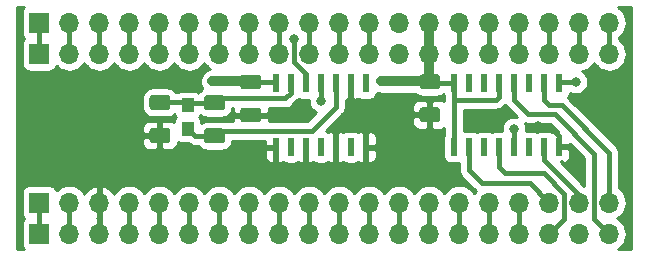
<source format=gtl>
G04 #@! TF.GenerationSoftware,KiCad,Pcbnew,(5.1.0)-1*
G04 #@! TF.CreationDate,2021-01-17T14:15:07+01:00*
G04 #@! TF.ProjectId,GTIA Fix,47544941-2046-4697-982e-6b696361645f,rev?*
G04 #@! TF.SameCoordinates,PX989b620PY8062360*
G04 #@! TF.FileFunction,Copper,L1,Top*
G04 #@! TF.FilePolarity,Positive*
%FSLAX46Y46*%
G04 Gerber Fmt 4.6, Leading zero omitted, Abs format (unit mm)*
G04 Created by KiCad (PCBNEW (5.1.0)-1) date 2021-01-17 14:15:07*
%MOMM*%
%LPD*%
G04 APERTURE LIST*
%ADD10O,1.700000X1.700000*%
%ADD11R,1.700000X1.700000*%
%ADD12R,1.000000X1.200000*%
%ADD13R,0.600000X1.500000*%
%ADD14C,0.100000*%
%ADD15C,1.250000*%
%ADD16C,0.800000*%
%ADD17C,0.406400*%
%ADD18C,0.304800*%
%ADD19C,0.812800*%
%ADD20C,0.254000*%
G04 APERTURE END LIST*
D10*
X50800000Y2240000D03*
X48260000Y2240000D03*
X45720000Y2240000D03*
X43180000Y2240000D03*
X40640000Y2240000D03*
X38100000Y2240000D03*
X35560000Y2240000D03*
X33020000Y2240000D03*
X30480000Y2240000D03*
X27940000Y2240000D03*
X25400000Y2240000D03*
X22860000Y2240000D03*
X20320000Y2240000D03*
X17780000Y2240000D03*
X15240000Y2240000D03*
X12700000Y2240000D03*
X10160000Y2240000D03*
X7620000Y2240000D03*
X5080000Y2240000D03*
D11*
X2540000Y2240000D03*
D12*
X15110000Y13130000D03*
X15110000Y11150000D03*
D13*
X22562200Y14988000D03*
X23832200Y14988000D03*
X25102200Y14988000D03*
X26372200Y14988000D03*
X27642200Y14988000D03*
X28912200Y14988000D03*
X30182200Y14988000D03*
X30182200Y9588000D03*
X28912200Y9588000D03*
X27642200Y9588000D03*
X26372200Y9588000D03*
X25102200Y9588000D03*
X23832200Y9588000D03*
X22562200Y9588000D03*
D14*
G36*
X21103504Y12934196D02*
G01*
X21127773Y12930596D01*
X21151571Y12924635D01*
X21174671Y12916370D01*
X21196849Y12905880D01*
X21217893Y12893267D01*
X21237598Y12878653D01*
X21255777Y12862177D01*
X21272253Y12843998D01*
X21286867Y12824293D01*
X21299480Y12803249D01*
X21309970Y12781071D01*
X21318235Y12757971D01*
X21324196Y12734173D01*
X21327796Y12709904D01*
X21329000Y12685400D01*
X21329000Y11935400D01*
X21327796Y11910896D01*
X21324196Y11886627D01*
X21318235Y11862829D01*
X21309970Y11839729D01*
X21299480Y11817551D01*
X21286867Y11796507D01*
X21272253Y11776802D01*
X21255777Y11758623D01*
X21237598Y11742147D01*
X21217893Y11727533D01*
X21196849Y11714920D01*
X21174671Y11704430D01*
X21151571Y11696165D01*
X21127773Y11690204D01*
X21103504Y11686604D01*
X21079000Y11685400D01*
X19829000Y11685400D01*
X19804496Y11686604D01*
X19780227Y11690204D01*
X19756429Y11696165D01*
X19733329Y11704430D01*
X19711151Y11714920D01*
X19690107Y11727533D01*
X19670402Y11742147D01*
X19652223Y11758623D01*
X19635747Y11776802D01*
X19621133Y11796507D01*
X19608520Y11817551D01*
X19598030Y11839729D01*
X19589765Y11862829D01*
X19583804Y11886627D01*
X19580204Y11910896D01*
X19579000Y11935400D01*
X19579000Y12685400D01*
X19580204Y12709904D01*
X19583804Y12734173D01*
X19589765Y12757971D01*
X19598030Y12781071D01*
X19608520Y12803249D01*
X19621133Y12824293D01*
X19635747Y12843998D01*
X19652223Y12862177D01*
X19670402Y12878653D01*
X19690107Y12893267D01*
X19711151Y12905880D01*
X19733329Y12916370D01*
X19756429Y12924635D01*
X19780227Y12930596D01*
X19804496Y12934196D01*
X19829000Y12935400D01*
X21079000Y12935400D01*
X21103504Y12934196D01*
X21103504Y12934196D01*
G37*
D15*
X20454000Y12310400D03*
D14*
G36*
X21103504Y15734196D02*
G01*
X21127773Y15730596D01*
X21151571Y15724635D01*
X21174671Y15716370D01*
X21196849Y15705880D01*
X21217893Y15693267D01*
X21237598Y15678653D01*
X21255777Y15662177D01*
X21272253Y15643998D01*
X21286867Y15624293D01*
X21299480Y15603249D01*
X21309970Y15581071D01*
X21318235Y15557971D01*
X21324196Y15534173D01*
X21327796Y15509904D01*
X21329000Y15485400D01*
X21329000Y14735400D01*
X21327796Y14710896D01*
X21324196Y14686627D01*
X21318235Y14662829D01*
X21309970Y14639729D01*
X21299480Y14617551D01*
X21286867Y14596507D01*
X21272253Y14576802D01*
X21255777Y14558623D01*
X21237598Y14542147D01*
X21217893Y14527533D01*
X21196849Y14514920D01*
X21174671Y14504430D01*
X21151571Y14496165D01*
X21127773Y14490204D01*
X21103504Y14486604D01*
X21079000Y14485400D01*
X19829000Y14485400D01*
X19804496Y14486604D01*
X19780227Y14490204D01*
X19756429Y14496165D01*
X19733329Y14504430D01*
X19711151Y14514920D01*
X19690107Y14527533D01*
X19670402Y14542147D01*
X19652223Y14558623D01*
X19635747Y14576802D01*
X19621133Y14596507D01*
X19608520Y14617551D01*
X19598030Y14639729D01*
X19589765Y14662829D01*
X19583804Y14686627D01*
X19580204Y14710896D01*
X19579000Y14735400D01*
X19579000Y15485400D01*
X19580204Y15509904D01*
X19583804Y15534173D01*
X19589765Y15557971D01*
X19598030Y15581071D01*
X19608520Y15603249D01*
X19621133Y15624293D01*
X19635747Y15643998D01*
X19652223Y15662177D01*
X19670402Y15678653D01*
X19690107Y15693267D01*
X19711151Y15705880D01*
X19733329Y15716370D01*
X19756429Y15724635D01*
X19780227Y15730596D01*
X19804496Y15734196D01*
X19829000Y15735400D01*
X21079000Y15735400D01*
X21103504Y15734196D01*
X21103504Y15734196D01*
G37*
D15*
X20454000Y15110400D03*
D14*
G36*
X36267304Y12959596D02*
G01*
X36291573Y12955996D01*
X36315371Y12950035D01*
X36338471Y12941770D01*
X36360649Y12931280D01*
X36381693Y12918667D01*
X36401398Y12904053D01*
X36419577Y12887577D01*
X36436053Y12869398D01*
X36450667Y12849693D01*
X36463280Y12828649D01*
X36473770Y12806471D01*
X36482035Y12783371D01*
X36487996Y12759573D01*
X36491596Y12735304D01*
X36492800Y12710800D01*
X36492800Y11960800D01*
X36491596Y11936296D01*
X36487996Y11912027D01*
X36482035Y11888229D01*
X36473770Y11865129D01*
X36463280Y11842951D01*
X36450667Y11821907D01*
X36436053Y11802202D01*
X36419577Y11784023D01*
X36401398Y11767547D01*
X36381693Y11752933D01*
X36360649Y11740320D01*
X36338471Y11729830D01*
X36315371Y11721565D01*
X36291573Y11715604D01*
X36267304Y11712004D01*
X36242800Y11710800D01*
X34992800Y11710800D01*
X34968296Y11712004D01*
X34944027Y11715604D01*
X34920229Y11721565D01*
X34897129Y11729830D01*
X34874951Y11740320D01*
X34853907Y11752933D01*
X34834202Y11767547D01*
X34816023Y11784023D01*
X34799547Y11802202D01*
X34784933Y11821907D01*
X34772320Y11842951D01*
X34761830Y11865129D01*
X34753565Y11888229D01*
X34747604Y11912027D01*
X34744004Y11936296D01*
X34742800Y11960800D01*
X34742800Y12710800D01*
X34744004Y12735304D01*
X34747604Y12759573D01*
X34753565Y12783371D01*
X34761830Y12806471D01*
X34772320Y12828649D01*
X34784933Y12849693D01*
X34799547Y12869398D01*
X34816023Y12887577D01*
X34834202Y12904053D01*
X34853907Y12918667D01*
X34874951Y12931280D01*
X34897129Y12941770D01*
X34920229Y12950035D01*
X34944027Y12955996D01*
X34968296Y12959596D01*
X34992800Y12960800D01*
X36242800Y12960800D01*
X36267304Y12959596D01*
X36267304Y12959596D01*
G37*
D15*
X35617800Y12335800D03*
D14*
G36*
X36267304Y15759596D02*
G01*
X36291573Y15755996D01*
X36315371Y15750035D01*
X36338471Y15741770D01*
X36360649Y15731280D01*
X36381693Y15718667D01*
X36401398Y15704053D01*
X36419577Y15687577D01*
X36436053Y15669398D01*
X36450667Y15649693D01*
X36463280Y15628649D01*
X36473770Y15606471D01*
X36482035Y15583371D01*
X36487996Y15559573D01*
X36491596Y15535304D01*
X36492800Y15510800D01*
X36492800Y14760800D01*
X36491596Y14736296D01*
X36487996Y14712027D01*
X36482035Y14688229D01*
X36473770Y14665129D01*
X36463280Y14642951D01*
X36450667Y14621907D01*
X36436053Y14602202D01*
X36419577Y14584023D01*
X36401398Y14567547D01*
X36381693Y14552933D01*
X36360649Y14540320D01*
X36338471Y14529830D01*
X36315371Y14521565D01*
X36291573Y14515604D01*
X36267304Y14512004D01*
X36242800Y14510800D01*
X34992800Y14510800D01*
X34968296Y14512004D01*
X34944027Y14515604D01*
X34920229Y14521565D01*
X34897129Y14529830D01*
X34874951Y14540320D01*
X34853907Y14552933D01*
X34834202Y14567547D01*
X34816023Y14584023D01*
X34799547Y14602202D01*
X34784933Y14621907D01*
X34772320Y14642951D01*
X34761830Y14665129D01*
X34753565Y14688229D01*
X34747604Y14712027D01*
X34744004Y14736296D01*
X34742800Y14760800D01*
X34742800Y15510800D01*
X34744004Y15535304D01*
X34747604Y15559573D01*
X34753565Y15583371D01*
X34761830Y15606471D01*
X34772320Y15628649D01*
X34784933Y15649693D01*
X34799547Y15669398D01*
X34816023Y15687577D01*
X34834202Y15704053D01*
X34853907Y15718667D01*
X34874951Y15731280D01*
X34897129Y15741770D01*
X34920229Y15750035D01*
X34944027Y15755996D01*
X34968296Y15759596D01*
X34992800Y15760800D01*
X36242800Y15760800D01*
X36267304Y15759596D01*
X36267304Y15759596D01*
G37*
D15*
X35617800Y15135800D03*
D13*
X37675200Y15013400D03*
X38945200Y15013400D03*
X40215200Y15013400D03*
X41485200Y15013400D03*
X42755200Y15013400D03*
X44025200Y15013400D03*
X45295200Y15013400D03*
X46565200Y15013400D03*
X46565200Y9613400D03*
X45295200Y9613400D03*
X44025200Y9613400D03*
X42755200Y9613400D03*
X41485200Y9613400D03*
X40215200Y9613400D03*
X38945200Y9613400D03*
X37675200Y9613400D03*
D14*
G36*
X18030104Y11181596D02*
G01*
X18054373Y11177996D01*
X18078171Y11172035D01*
X18101271Y11163770D01*
X18123449Y11153280D01*
X18144493Y11140667D01*
X18164198Y11126053D01*
X18182377Y11109577D01*
X18198853Y11091398D01*
X18213467Y11071693D01*
X18226080Y11050649D01*
X18236570Y11028471D01*
X18244835Y11005371D01*
X18250796Y10981573D01*
X18254396Y10957304D01*
X18255600Y10932800D01*
X18255600Y10182800D01*
X18254396Y10158296D01*
X18250796Y10134027D01*
X18244835Y10110229D01*
X18236570Y10087129D01*
X18226080Y10064951D01*
X18213467Y10043907D01*
X18198853Y10024202D01*
X18182377Y10006023D01*
X18164198Y9989547D01*
X18144493Y9974933D01*
X18123449Y9962320D01*
X18101271Y9951830D01*
X18078171Y9943565D01*
X18054373Y9937604D01*
X18030104Y9934004D01*
X18005600Y9932800D01*
X16755600Y9932800D01*
X16731096Y9934004D01*
X16706827Y9937604D01*
X16683029Y9943565D01*
X16659929Y9951830D01*
X16637751Y9962320D01*
X16616707Y9974933D01*
X16597002Y9989547D01*
X16578823Y10006023D01*
X16562347Y10024202D01*
X16547733Y10043907D01*
X16535120Y10064951D01*
X16524630Y10087129D01*
X16516365Y10110229D01*
X16510404Y10134027D01*
X16506804Y10158296D01*
X16505600Y10182800D01*
X16505600Y10932800D01*
X16506804Y10957304D01*
X16510404Y10981573D01*
X16516365Y11005371D01*
X16524630Y11028471D01*
X16535120Y11050649D01*
X16547733Y11071693D01*
X16562347Y11091398D01*
X16578823Y11109577D01*
X16597002Y11126053D01*
X16616707Y11140667D01*
X16637751Y11153280D01*
X16659929Y11163770D01*
X16683029Y11172035D01*
X16706827Y11177996D01*
X16731096Y11181596D01*
X16755600Y11182800D01*
X18005600Y11182800D01*
X18030104Y11181596D01*
X18030104Y11181596D01*
G37*
D15*
X17380600Y10557800D03*
D14*
G36*
X18030104Y13981596D02*
G01*
X18054373Y13977996D01*
X18078171Y13972035D01*
X18101271Y13963770D01*
X18123449Y13953280D01*
X18144493Y13940667D01*
X18164198Y13926053D01*
X18182377Y13909577D01*
X18198853Y13891398D01*
X18213467Y13871693D01*
X18226080Y13850649D01*
X18236570Y13828471D01*
X18244835Y13805371D01*
X18250796Y13781573D01*
X18254396Y13757304D01*
X18255600Y13732800D01*
X18255600Y12982800D01*
X18254396Y12958296D01*
X18250796Y12934027D01*
X18244835Y12910229D01*
X18236570Y12887129D01*
X18226080Y12864951D01*
X18213467Y12843907D01*
X18198853Y12824202D01*
X18182377Y12806023D01*
X18164198Y12789547D01*
X18144493Y12774933D01*
X18123449Y12762320D01*
X18101271Y12751830D01*
X18078171Y12743565D01*
X18054373Y12737604D01*
X18030104Y12734004D01*
X18005600Y12732800D01*
X16755600Y12732800D01*
X16731096Y12734004D01*
X16706827Y12737604D01*
X16683029Y12743565D01*
X16659929Y12751830D01*
X16637751Y12762320D01*
X16616707Y12774933D01*
X16597002Y12789547D01*
X16578823Y12806023D01*
X16562347Y12824202D01*
X16547733Y12843907D01*
X16535120Y12864951D01*
X16524630Y12887129D01*
X16516365Y12910229D01*
X16510404Y12934027D01*
X16506804Y12958296D01*
X16505600Y12982800D01*
X16505600Y13732800D01*
X16506804Y13757304D01*
X16510404Y13781573D01*
X16516365Y13805371D01*
X16524630Y13828471D01*
X16535120Y13850649D01*
X16547733Y13871693D01*
X16562347Y13891398D01*
X16578823Y13909577D01*
X16597002Y13926053D01*
X16616707Y13940667D01*
X16637751Y13953280D01*
X16659929Y13963770D01*
X16683029Y13972035D01*
X16706827Y13977996D01*
X16731096Y13981596D01*
X16755600Y13982800D01*
X18005600Y13982800D01*
X18030104Y13981596D01*
X18030104Y13981596D01*
G37*
D15*
X17380600Y13357800D03*
D14*
G36*
X13407304Y11206996D02*
G01*
X13431573Y11203396D01*
X13455371Y11197435D01*
X13478471Y11189170D01*
X13500649Y11178680D01*
X13521693Y11166067D01*
X13541398Y11151453D01*
X13559577Y11134977D01*
X13576053Y11116798D01*
X13590667Y11097093D01*
X13603280Y11076049D01*
X13613770Y11053871D01*
X13622035Y11030771D01*
X13627996Y11006973D01*
X13631596Y10982704D01*
X13632800Y10958200D01*
X13632800Y10208200D01*
X13631596Y10183696D01*
X13627996Y10159427D01*
X13622035Y10135629D01*
X13613770Y10112529D01*
X13603280Y10090351D01*
X13590667Y10069307D01*
X13576053Y10049602D01*
X13559577Y10031423D01*
X13541398Y10014947D01*
X13521693Y10000333D01*
X13500649Y9987720D01*
X13478471Y9977230D01*
X13455371Y9968965D01*
X13431573Y9963004D01*
X13407304Y9959404D01*
X13382800Y9958200D01*
X12132800Y9958200D01*
X12108296Y9959404D01*
X12084027Y9963004D01*
X12060229Y9968965D01*
X12037129Y9977230D01*
X12014951Y9987720D01*
X11993907Y10000333D01*
X11974202Y10014947D01*
X11956023Y10031423D01*
X11939547Y10049602D01*
X11924933Y10069307D01*
X11912320Y10090351D01*
X11901830Y10112529D01*
X11893565Y10135629D01*
X11887604Y10159427D01*
X11884004Y10183696D01*
X11882800Y10208200D01*
X11882800Y10958200D01*
X11884004Y10982704D01*
X11887604Y11006973D01*
X11893565Y11030771D01*
X11901830Y11053871D01*
X11912320Y11076049D01*
X11924933Y11097093D01*
X11939547Y11116798D01*
X11956023Y11134977D01*
X11974202Y11151453D01*
X11993907Y11166067D01*
X12014951Y11178680D01*
X12037129Y11189170D01*
X12060229Y11197435D01*
X12084027Y11203396D01*
X12108296Y11206996D01*
X12132800Y11208200D01*
X13382800Y11208200D01*
X13407304Y11206996D01*
X13407304Y11206996D01*
G37*
D15*
X12757800Y10583200D03*
D14*
G36*
X13407304Y14006996D02*
G01*
X13431573Y14003396D01*
X13455371Y13997435D01*
X13478471Y13989170D01*
X13500649Y13978680D01*
X13521693Y13966067D01*
X13541398Y13951453D01*
X13559577Y13934977D01*
X13576053Y13916798D01*
X13590667Y13897093D01*
X13603280Y13876049D01*
X13613770Y13853871D01*
X13622035Y13830771D01*
X13627996Y13806973D01*
X13631596Y13782704D01*
X13632800Y13758200D01*
X13632800Y13008200D01*
X13631596Y12983696D01*
X13627996Y12959427D01*
X13622035Y12935629D01*
X13613770Y12912529D01*
X13603280Y12890351D01*
X13590667Y12869307D01*
X13576053Y12849602D01*
X13559577Y12831423D01*
X13541398Y12814947D01*
X13521693Y12800333D01*
X13500649Y12787720D01*
X13478471Y12777230D01*
X13455371Y12768965D01*
X13431573Y12763004D01*
X13407304Y12759404D01*
X13382800Y12758200D01*
X12132800Y12758200D01*
X12108296Y12759404D01*
X12084027Y12763004D01*
X12060229Y12768965D01*
X12037129Y12777230D01*
X12014951Y12787720D01*
X11993907Y12800333D01*
X11974202Y12814947D01*
X11956023Y12831423D01*
X11939547Y12849602D01*
X11924933Y12869307D01*
X11912320Y12890351D01*
X11901830Y12912529D01*
X11893565Y12935629D01*
X11887604Y12959427D01*
X11884004Y12983696D01*
X11882800Y13008200D01*
X11882800Y13758200D01*
X11884004Y13782704D01*
X11887604Y13806973D01*
X11893565Y13830771D01*
X11901830Y13853871D01*
X11912320Y13876049D01*
X11924933Y13897093D01*
X11939547Y13916798D01*
X11956023Y13934977D01*
X11974202Y13951453D01*
X11993907Y13966067D01*
X12014951Y13978680D01*
X12037129Y13989170D01*
X12060229Y13997435D01*
X12084027Y14003396D01*
X12108296Y14006996D01*
X12132800Y14008200D01*
X13382800Y14008200D01*
X13407304Y14006996D01*
X13407304Y14006996D01*
G37*
D15*
X12757800Y13383200D03*
D10*
X50800000Y20142200D03*
X48260000Y20142200D03*
X45720000Y20142200D03*
X43180000Y20142200D03*
X40640000Y20142200D03*
X38100000Y20142200D03*
X35560000Y20142200D03*
X33020000Y20142200D03*
X30480000Y20142200D03*
X27940000Y20142200D03*
X25400000Y20142200D03*
X22860000Y20142200D03*
X20320000Y20142200D03*
X17780000Y20142200D03*
X15240000Y20142200D03*
X12700000Y20142200D03*
X10160000Y20142200D03*
X7620000Y20142200D03*
X5080000Y20142200D03*
D11*
X2540000Y20142200D03*
D10*
X50800000Y4902200D03*
X48260000Y4902200D03*
X45720000Y4902200D03*
X43180000Y4902200D03*
X40640000Y4902200D03*
X38100000Y4902200D03*
X35560000Y4902200D03*
X33020000Y4902200D03*
X30480000Y4902200D03*
X27940000Y4902200D03*
X25400000Y4902200D03*
X22860000Y4902200D03*
X20320000Y4902200D03*
X17780000Y4902200D03*
X15240000Y4902200D03*
X12700000Y4902200D03*
X10160000Y4902200D03*
X7620000Y4902200D03*
X5080000Y4902200D03*
D11*
X2540000Y4902200D03*
D10*
X50800000Y17480000D03*
X48260000Y17480000D03*
X45720000Y17480000D03*
X43180000Y17480000D03*
X40640000Y17480000D03*
X38100000Y17480000D03*
X35560000Y17480000D03*
X33020000Y17480000D03*
X30480000Y17480000D03*
X27940000Y17480000D03*
X25400000Y17480000D03*
X22860000Y17480000D03*
X20320000Y17480000D03*
X17780000Y17480000D03*
X15240000Y17480000D03*
X12700000Y17480000D03*
X10160000Y17480000D03*
X7620000Y17480000D03*
X5080000Y17480000D03*
D11*
X2540000Y17480000D03*
D16*
X38996000Y12034000D03*
X24695800Y12338800D03*
X28582000Y11526000D03*
X22359000Y12338800D03*
X42080000Y12570000D03*
X2480000Y14820000D03*
X2480000Y12320000D03*
X5480000Y12320000D03*
X5480000Y14820000D03*
X8480000Y14820000D03*
X8480000Y12320000D03*
X51980000Y15320000D03*
X51980000Y10820000D03*
X49980000Y15320000D03*
X49980000Y12820000D03*
X48133000Y8615400D03*
X2480000Y9820000D03*
X5480000Y9820000D03*
X8480000Y9820000D03*
X14980000Y8820000D03*
X19980000Y8820000D03*
X31980000Y8820000D03*
X35480000Y8820000D03*
X31980000Y10820000D03*
X51980000Y12820000D03*
X44780200Y11404600D03*
X42722800Y11150600D03*
X47980000Y15120000D03*
X26390600Y13512800D03*
X24155400Y18770600D03*
X17170000Y15160000D03*
X18271800Y15158200D03*
X31521400Y15163800D03*
X32385000Y15163800D03*
D17*
X22359000Y12338800D02*
X20482400Y12338800D01*
X20482400Y12338800D02*
X20454000Y12310400D01*
X30182200Y10038000D02*
X30182200Y9588000D01*
X20454000Y12310400D02*
X20152200Y12008600D01*
X45720000Y11404600D02*
X44780200Y11404600D01*
X46565200Y9613400D02*
X46565200Y10559400D01*
X46565200Y10559400D02*
X45720000Y11404600D01*
D18*
X17380600Y13357800D02*
X17707800Y13685000D01*
D17*
X17380600Y13357800D02*
X15292200Y13357800D01*
X15292200Y13357800D02*
X15094600Y13160200D01*
X12757800Y13383200D02*
X14871600Y13383200D01*
X14871600Y13383200D02*
X15094600Y13160200D01*
X17507800Y13357800D02*
X17380600Y13357800D01*
X17870000Y13720000D02*
X17507800Y13357800D01*
X23360000Y13720000D02*
X17870000Y13720000D01*
X23832200Y14988000D02*
X23832200Y14192200D01*
X23832200Y14192200D02*
X23360000Y13720000D01*
D18*
X17380600Y10557800D02*
X17790000Y10967200D01*
D17*
X15752200Y10557800D02*
X15080000Y11230000D01*
X17380600Y10557800D02*
X15752200Y10557800D01*
X27642200Y12982200D02*
X27642200Y14988000D01*
X25600000Y10940000D02*
X27642200Y12982200D01*
X17380600Y10557800D02*
X17762800Y10940000D01*
X17762800Y10940000D02*
X25600000Y10940000D01*
X49950001Y3089999D02*
X50800000Y2240000D01*
X42755200Y13582000D02*
X43942000Y12395200D01*
X42755200Y15013400D02*
X42755200Y13582000D01*
X43942000Y12395200D02*
X46177200Y12395200D01*
X49530000Y9042400D02*
X49530000Y3510000D01*
X46177200Y12395200D02*
X49530000Y9042400D01*
X49530000Y3510000D02*
X49950001Y3089999D01*
X42755200Y9613400D02*
X42755200Y11118200D01*
X42755200Y11118200D02*
X42722800Y11150600D01*
X41485200Y7892400D02*
X41485200Y9613400D01*
X42011600Y7366000D02*
X41485200Y7892400D01*
X45288200Y7366000D02*
X42011600Y7366000D01*
X46990000Y5664200D02*
X45288200Y7366000D01*
X45720000Y2240000D02*
X46990000Y3510000D01*
X46990000Y3510000D02*
X46990000Y5664200D01*
X43180000Y4902200D02*
X43180000Y2240000D01*
X40640000Y4902200D02*
X40640000Y2240000D01*
X38100000Y4902200D02*
X38100000Y2240000D01*
X35560000Y4902200D02*
X35560000Y2240000D01*
X33020000Y4902200D02*
X33020000Y2240000D01*
X30480000Y4902200D02*
X30480000Y2240000D01*
X27940000Y4902200D02*
X27940000Y2240000D01*
X25400000Y4902200D02*
X25400000Y2240000D01*
X22860000Y4902200D02*
X22860000Y2240000D01*
X20320000Y4902200D02*
X20320000Y2240000D01*
X17780000Y4902200D02*
X17780000Y2240000D01*
X15240000Y2240000D02*
X15240000Y4902200D01*
X12700000Y4902200D02*
X12700000Y2240000D01*
X10160000Y4902200D02*
X10160000Y2240000D01*
X5080000Y4902200D02*
X5080000Y2240000D01*
X2540000Y4902200D02*
X2540000Y2240000D01*
X50800000Y20142200D02*
X50800000Y17480000D01*
X48260000Y20142200D02*
X48260000Y17480000D01*
X45720000Y20142200D02*
X45720000Y17480000D01*
X43180000Y20142200D02*
X43180000Y17480000D01*
X40640000Y20142200D02*
X40640000Y17480000D01*
X38100000Y20142200D02*
X38100000Y17480000D01*
X26372200Y14988000D02*
X26372200Y13531200D01*
X26372200Y13531200D02*
X26390600Y13512800D01*
X46671800Y15120000D02*
X46565200Y15013400D01*
X47980000Y15120000D02*
X46671800Y15120000D01*
X30480000Y20142200D02*
X30480000Y17480000D01*
X27940000Y20142200D02*
X27940000Y17480000D01*
X25400000Y20142200D02*
X25400000Y17480000D01*
X22860000Y20142200D02*
X22860000Y17480000D01*
X20320000Y20142200D02*
X20320000Y17480000D01*
X17780000Y20142200D02*
X17780000Y17480000D01*
X15240000Y20142200D02*
X15240000Y17480000D01*
X12700000Y20142200D02*
X12700000Y17480000D01*
X10160000Y20142200D02*
X10160000Y17480000D01*
X7620000Y20142200D02*
X7620000Y17480000D01*
X5080000Y20142200D02*
X5080000Y17480000D01*
X2540000Y20142200D02*
X2540000Y17480000D01*
X50800000Y6104281D02*
X50800000Y4902200D01*
X50800000Y9118600D02*
X50800000Y6104281D01*
X46786800Y13131800D02*
X50800000Y9118600D01*
X45720000Y13131800D02*
X46786800Y13131800D01*
X45295200Y15013400D02*
X45295200Y13556600D01*
X45295200Y13556600D02*
X45720000Y13131800D01*
X48260000Y5562600D02*
X48260000Y4902200D01*
X45295200Y9613400D02*
X45295200Y8527400D01*
X45295200Y8527400D02*
X48260000Y5562600D01*
X38945200Y9613400D02*
X38945200Y7638400D01*
X38945200Y7638400D02*
X40030400Y6553200D01*
X44069000Y6553200D02*
X45720000Y4902200D01*
X40030400Y6553200D02*
X44069000Y6553200D01*
X24130000Y18745200D02*
X24155400Y18770600D01*
X24130000Y16789400D02*
X24130000Y18745200D01*
X25102200Y14988000D02*
X25102200Y15817200D01*
X25102200Y15817200D02*
X24130000Y16789400D01*
D19*
X35614800Y15132800D02*
X35617800Y15135800D01*
D17*
X20454000Y15110400D02*
X22439800Y15110400D01*
X22439800Y15110400D02*
X22562200Y14988000D01*
X37675200Y13608800D02*
X41237000Y13608800D01*
X41237000Y13608800D02*
X41485200Y13857000D01*
X41485200Y13857000D02*
X41485200Y15013400D01*
X37675200Y13857000D02*
X37675200Y13608800D01*
X37675200Y13608800D02*
X37675200Y9613400D01*
X37675200Y15013400D02*
X35740200Y15013400D01*
X35740200Y15013400D02*
X35617800Y15135800D01*
X37675200Y15013400D02*
X37675200Y13857000D01*
D19*
X35560000Y15193600D02*
X35617800Y15135800D01*
X35560000Y17480000D02*
X35560000Y15193600D01*
X18270000Y15160000D02*
X18271800Y15158200D01*
X17170000Y15160000D02*
X18270000Y15160000D01*
X20406200Y15158200D02*
X20454000Y15110400D01*
X18271800Y15158200D02*
X20406200Y15158200D01*
X35589800Y15163800D02*
X35617800Y15135800D01*
X31521400Y15163800D02*
X35589800Y15163800D01*
X35560000Y20142200D02*
X35560000Y17480000D01*
D20*
G36*
X1159463Y21346694D02*
G01*
X1100498Y21236380D01*
X1064188Y21116682D01*
X1051928Y20992200D01*
X1051928Y19292200D01*
X1064188Y19167718D01*
X1100498Y19048020D01*
X1159463Y18937706D01*
X1238815Y18841015D01*
X1275267Y18811100D01*
X1238815Y18781185D01*
X1159463Y18684494D01*
X1100498Y18574180D01*
X1064188Y18454482D01*
X1051928Y18330000D01*
X1051928Y16630000D01*
X1064188Y16505518D01*
X1100498Y16385820D01*
X1159463Y16275506D01*
X1238815Y16178815D01*
X1335506Y16099463D01*
X1445820Y16040498D01*
X1565518Y16004188D01*
X1690000Y15991928D01*
X3390000Y15991928D01*
X3514482Y16004188D01*
X3634180Y16040498D01*
X3744494Y16099463D01*
X3841185Y16178815D01*
X3920537Y16275506D01*
X3979502Y16385820D01*
X4000393Y16454687D01*
X4024866Y16424866D01*
X4250986Y16239294D01*
X4508966Y16101401D01*
X4788889Y16016487D01*
X5007050Y15995000D01*
X5152950Y15995000D01*
X5371111Y16016487D01*
X5651034Y16101401D01*
X5909014Y16239294D01*
X6135134Y16424866D01*
X6320706Y16650986D01*
X6350000Y16705791D01*
X6379294Y16650986D01*
X6564866Y16424866D01*
X6790986Y16239294D01*
X7048966Y16101401D01*
X7328889Y16016487D01*
X7547050Y15995000D01*
X7692950Y15995000D01*
X7911111Y16016487D01*
X8191034Y16101401D01*
X8449014Y16239294D01*
X8675134Y16424866D01*
X8860706Y16650986D01*
X8890000Y16705791D01*
X8919294Y16650986D01*
X9104866Y16424866D01*
X9330986Y16239294D01*
X9588966Y16101401D01*
X9868889Y16016487D01*
X10087050Y15995000D01*
X10232950Y15995000D01*
X10451111Y16016487D01*
X10731034Y16101401D01*
X10989014Y16239294D01*
X11215134Y16424866D01*
X11400706Y16650986D01*
X11430000Y16705791D01*
X11459294Y16650986D01*
X11644866Y16424866D01*
X11870986Y16239294D01*
X12128966Y16101401D01*
X12408889Y16016487D01*
X12627050Y15995000D01*
X12772950Y15995000D01*
X12991111Y16016487D01*
X13271034Y16101401D01*
X13529014Y16239294D01*
X13755134Y16424866D01*
X13940706Y16650986D01*
X13970000Y16705791D01*
X13999294Y16650986D01*
X14184866Y16424866D01*
X14410986Y16239294D01*
X14668966Y16101401D01*
X14948889Y16016487D01*
X15167050Y15995000D01*
X15312950Y15995000D01*
X15531111Y16016487D01*
X15811034Y16101401D01*
X16069014Y16239294D01*
X16295134Y16424866D01*
X16480706Y16650986D01*
X16510000Y16705791D01*
X16539294Y16650986D01*
X16724866Y16424866D01*
X16950986Y16239294D01*
X17036968Y16193336D01*
X16965850Y16186331D01*
X16769546Y16126783D01*
X16588630Y16030081D01*
X16430057Y15899943D01*
X16299919Y15741370D01*
X16203217Y15560454D01*
X16143669Y15364150D01*
X16123562Y15160000D01*
X16143669Y14955850D01*
X16203217Y14759546D01*
X16299919Y14578630D01*
X16349703Y14517969D01*
X16262214Y14471205D01*
X16127638Y14360762D01*
X16017195Y14226186D01*
X16013889Y14220000D01*
X15964494Y14260537D01*
X15854180Y14319502D01*
X15734482Y14355812D01*
X15610000Y14368072D01*
X14610000Y14368072D01*
X14485518Y14355812D01*
X14365820Y14319502D01*
X14255506Y14260537D01*
X14207817Y14221400D01*
X14137340Y14221400D01*
X14121205Y14251586D01*
X14010762Y14386162D01*
X13876186Y14496605D01*
X13722650Y14578672D01*
X13556054Y14629208D01*
X13382800Y14646272D01*
X12132800Y14646272D01*
X11959546Y14629208D01*
X11792950Y14578672D01*
X11639414Y14496605D01*
X11504838Y14386162D01*
X11394395Y14251586D01*
X11312328Y14098050D01*
X11261792Y13931454D01*
X11244728Y13758200D01*
X11244728Y13008200D01*
X11261792Y12834946D01*
X11312328Y12668350D01*
X11394395Y12514814D01*
X11504838Y12380238D01*
X11639414Y12269795D01*
X11792950Y12187728D01*
X11959546Y12137192D01*
X12132800Y12120128D01*
X13382800Y12120128D01*
X13556054Y12137192D01*
X13722650Y12187728D01*
X13876186Y12269795D01*
X13995625Y12367815D01*
X14020498Y12285820D01*
X14079463Y12175506D01*
X14108602Y12140000D01*
X14079463Y12104494D01*
X14020498Y11994180D01*
X13984188Y11874482D01*
X13971928Y11750000D01*
X13971928Y11746950D01*
X13876980Y11797702D01*
X13757282Y11834012D01*
X13632800Y11846272D01*
X13043550Y11843200D01*
X12884800Y11684450D01*
X12884800Y10710200D01*
X12904800Y10710200D01*
X12904800Y10456200D01*
X12884800Y10456200D01*
X12884800Y9481950D01*
X13043550Y9323200D01*
X13632800Y9320128D01*
X13757282Y9332388D01*
X13876980Y9368698D01*
X13987294Y9427663D01*
X14083985Y9507015D01*
X14163337Y9603706D01*
X14222302Y9714020D01*
X14258612Y9833718D01*
X14270872Y9958200D01*
X14270389Y10011508D01*
X14365820Y9960498D01*
X14485518Y9924188D01*
X14610000Y9911928D01*
X15217936Y9911928D01*
X15264456Y9873750D01*
X15284268Y9857491D01*
X15429883Y9779658D01*
X15587884Y9731729D01*
X15711030Y9719600D01*
X15711039Y9719600D01*
X15752199Y9715546D01*
X15793359Y9719600D01*
X16001060Y9719600D01*
X16017195Y9689414D01*
X16127638Y9554838D01*
X16262214Y9444395D01*
X16415750Y9362328D01*
X16582346Y9311792D01*
X16755600Y9294728D01*
X18005600Y9294728D01*
X18178854Y9311792D01*
X18345450Y9362328D01*
X18498986Y9444395D01*
X18633562Y9554838D01*
X18744005Y9689414D01*
X18826072Y9842950D01*
X18876608Y10009546D01*
X18885694Y10101800D01*
X21625691Y10101800D01*
X21627200Y9873750D01*
X21785950Y9715000D01*
X22435200Y9715000D01*
X22435200Y9735000D01*
X22689200Y9735000D01*
X22689200Y9715000D01*
X22709200Y9715000D01*
X22709200Y9461000D01*
X22689200Y9461000D01*
X22689200Y8361750D01*
X22847950Y8203000D01*
X22862200Y8199928D01*
X22986682Y8212188D01*
X23106380Y8248498D01*
X23197200Y8297043D01*
X23288020Y8248498D01*
X23407718Y8212188D01*
X23532200Y8199928D01*
X24132200Y8199928D01*
X24256682Y8212188D01*
X24376380Y8248498D01*
X24467200Y8297043D01*
X24558020Y8248498D01*
X24677718Y8212188D01*
X24802200Y8199928D01*
X24816450Y8203000D01*
X24975200Y8361750D01*
X24975200Y9461000D01*
X24955200Y9461000D01*
X24955200Y9715000D01*
X24975200Y9715000D01*
X24975200Y9735000D01*
X25229200Y9735000D01*
X25229200Y9715000D01*
X25249200Y9715000D01*
X25249200Y9461000D01*
X25229200Y9461000D01*
X25229200Y8361750D01*
X25387950Y8203000D01*
X25402200Y8199928D01*
X25526682Y8212188D01*
X25646380Y8248498D01*
X25737200Y8297043D01*
X25828020Y8248498D01*
X25947718Y8212188D01*
X26072200Y8199928D01*
X26672200Y8199928D01*
X26796682Y8212188D01*
X26916380Y8248498D01*
X27007200Y8297043D01*
X27098020Y8248498D01*
X27217718Y8212188D01*
X27342200Y8199928D01*
X27356450Y8203000D01*
X27515200Y8361750D01*
X27515200Y9461000D01*
X27495200Y9461000D01*
X27495200Y9715000D01*
X27515200Y9715000D01*
X27515200Y10814250D01*
X27769200Y10814250D01*
X27769200Y9715000D01*
X27789200Y9715000D01*
X27789200Y9461000D01*
X27769200Y9461000D01*
X27769200Y8361750D01*
X27927950Y8203000D01*
X27942200Y8199928D01*
X28066682Y8212188D01*
X28186380Y8248498D01*
X28277200Y8297043D01*
X28368020Y8248498D01*
X28487718Y8212188D01*
X28612200Y8199928D01*
X29212200Y8199928D01*
X29336682Y8212188D01*
X29456380Y8248498D01*
X29547200Y8297043D01*
X29638020Y8248498D01*
X29757718Y8212188D01*
X29882200Y8199928D01*
X29896450Y8203000D01*
X30055200Y8361750D01*
X30055200Y9461000D01*
X30309200Y9461000D01*
X30309200Y8361750D01*
X30467950Y8203000D01*
X30482200Y8199928D01*
X30606682Y8212188D01*
X30726380Y8248498D01*
X30836694Y8307463D01*
X30933385Y8386815D01*
X31012737Y8483506D01*
X31071702Y8593820D01*
X31108012Y8713518D01*
X31120272Y8838000D01*
X31117200Y9302250D01*
X30958450Y9461000D01*
X30309200Y9461000D01*
X30055200Y9461000D01*
X30035200Y9461000D01*
X30035200Y9715000D01*
X30055200Y9715000D01*
X30055200Y10814250D01*
X30309200Y10814250D01*
X30309200Y9715000D01*
X30958450Y9715000D01*
X31117200Y9873750D01*
X31120272Y10338000D01*
X31108012Y10462482D01*
X31071702Y10582180D01*
X31012737Y10692494D01*
X30933385Y10789185D01*
X30836694Y10868537D01*
X30726380Y10927502D01*
X30606682Y10963812D01*
X30482200Y10976072D01*
X30467950Y10973000D01*
X30309200Y10814250D01*
X30055200Y10814250D01*
X29896450Y10973000D01*
X29882200Y10976072D01*
X29757718Y10963812D01*
X29638020Y10927502D01*
X29547200Y10878957D01*
X29456380Y10927502D01*
X29336682Y10963812D01*
X29212200Y10976072D01*
X28612200Y10976072D01*
X28487718Y10963812D01*
X28368020Y10927502D01*
X28277200Y10878957D01*
X28186380Y10927502D01*
X28066682Y10963812D01*
X27942200Y10976072D01*
X27927950Y10973000D01*
X27769200Y10814250D01*
X27515200Y10814250D01*
X27356450Y10973000D01*
X27342200Y10976072D01*
X27217718Y10963812D01*
X27098020Y10927502D01*
X27007200Y10878957D01*
X26916380Y10927502D01*
X26806291Y10960897D01*
X27556194Y11710800D01*
X34104728Y11710800D01*
X34116988Y11586318D01*
X34153298Y11466620D01*
X34212263Y11356306D01*
X34291615Y11259615D01*
X34388306Y11180263D01*
X34498620Y11121298D01*
X34618318Y11084988D01*
X34742800Y11072728D01*
X35332050Y11075800D01*
X35490800Y11234550D01*
X35490800Y12208800D01*
X34266550Y12208800D01*
X34107800Y12050050D01*
X34104728Y11710800D01*
X27556194Y11710800D01*
X28205789Y12360395D01*
X28237764Y12386636D01*
X28312581Y12477800D01*
X28342509Y12514268D01*
X28420342Y12659883D01*
X28468271Y12817884D01*
X28472054Y12856291D01*
X28480400Y12941030D01*
X28480400Y12941037D01*
X28482346Y12960800D01*
X34104728Y12960800D01*
X34107800Y12621550D01*
X34266550Y12462800D01*
X35490800Y12462800D01*
X35490800Y13437050D01*
X35332050Y13595800D01*
X34742800Y13598872D01*
X34618318Y13586612D01*
X34498620Y13550302D01*
X34388306Y13491337D01*
X34291615Y13411985D01*
X34212263Y13315294D01*
X34153298Y13204980D01*
X34116988Y13085282D01*
X34104728Y12960800D01*
X28482346Y12960800D01*
X28484454Y12982200D01*
X28480400Y13023363D01*
X28480400Y13614408D01*
X28487718Y13612188D01*
X28612200Y13599928D01*
X28626450Y13603000D01*
X28785200Y13761750D01*
X28785200Y14861000D01*
X28765200Y14861000D01*
X28765200Y15115000D01*
X28785200Y15115000D01*
X28785200Y15135000D01*
X29039200Y15135000D01*
X29039200Y15115000D01*
X29059200Y15115000D01*
X29059200Y14861000D01*
X29039200Y14861000D01*
X29039200Y13761750D01*
X29197950Y13603000D01*
X29212200Y13599928D01*
X29336682Y13612188D01*
X29456380Y13648498D01*
X29547200Y13697043D01*
X29638020Y13648498D01*
X29757718Y13612188D01*
X29882200Y13599928D01*
X30482200Y13599928D01*
X30606682Y13612188D01*
X30726380Y13648498D01*
X30836694Y13707463D01*
X30933385Y13786815D01*
X31012737Y13883506D01*
X31071702Y13993820D01*
X31108012Y14113518D01*
X31116471Y14199409D01*
X31120946Y14197017D01*
X31317250Y14137469D01*
X31470248Y14122400D01*
X34377557Y14122400D01*
X34499414Y14022395D01*
X34652950Y13940328D01*
X34819546Y13889792D01*
X34992800Y13872728D01*
X36242800Y13872728D01*
X36416054Y13889792D01*
X36582650Y13940328D01*
X36736186Y14022395D01*
X36775058Y14054296D01*
X36785698Y14019220D01*
X36837001Y13923241D01*
X36837001Y13898178D01*
X36837000Y13898169D01*
X36837000Y13649970D01*
X36832945Y13608800D01*
X36837000Y13567631D01*
X36837000Y13496839D01*
X36736980Y13550302D01*
X36617282Y13586612D01*
X36492800Y13598872D01*
X35903550Y13595800D01*
X35744800Y13437050D01*
X35744800Y12462800D01*
X35764800Y12462800D01*
X35764800Y12208800D01*
X35744800Y12208800D01*
X35744800Y11234550D01*
X35903550Y11075800D01*
X36492800Y11072728D01*
X36617282Y11084988D01*
X36736980Y11121298D01*
X36837001Y11174761D01*
X36837001Y10703559D01*
X36785698Y10607580D01*
X36749388Y10487882D01*
X36737128Y10363400D01*
X36737128Y8863400D01*
X36749388Y8738918D01*
X36785698Y8619220D01*
X36844663Y8508906D01*
X36924015Y8412215D01*
X37020706Y8332863D01*
X37131020Y8273898D01*
X37250718Y8237588D01*
X37375200Y8225328D01*
X37975200Y8225328D01*
X38099682Y8237588D01*
X38107001Y8239808D01*
X38107001Y7679572D01*
X38102946Y7638400D01*
X38119129Y7474085D01*
X38167058Y7316084D01*
X38244891Y7170469D01*
X38288948Y7116786D01*
X38349637Y7042836D01*
X38381613Y7016594D01*
X39408591Y5989615D01*
X39434836Y5957636D01*
X39524634Y5883941D01*
X39399294Y5731214D01*
X39370000Y5676409D01*
X39340706Y5731214D01*
X39155134Y5957334D01*
X38929014Y6142906D01*
X38671034Y6280799D01*
X38391111Y6365713D01*
X38172950Y6387200D01*
X38027050Y6387200D01*
X37808889Y6365713D01*
X37528966Y6280799D01*
X37270986Y6142906D01*
X37044866Y5957334D01*
X36859294Y5731214D01*
X36830000Y5676409D01*
X36800706Y5731214D01*
X36615134Y5957334D01*
X36389014Y6142906D01*
X36131034Y6280799D01*
X35851111Y6365713D01*
X35632950Y6387200D01*
X35487050Y6387200D01*
X35268889Y6365713D01*
X34988966Y6280799D01*
X34730986Y6142906D01*
X34504866Y5957334D01*
X34319294Y5731214D01*
X34290000Y5676409D01*
X34260706Y5731214D01*
X34075134Y5957334D01*
X33849014Y6142906D01*
X33591034Y6280799D01*
X33311111Y6365713D01*
X33092950Y6387200D01*
X32947050Y6387200D01*
X32728889Y6365713D01*
X32448966Y6280799D01*
X32190986Y6142906D01*
X31964866Y5957334D01*
X31779294Y5731214D01*
X31750000Y5676409D01*
X31720706Y5731214D01*
X31535134Y5957334D01*
X31309014Y6142906D01*
X31051034Y6280799D01*
X30771111Y6365713D01*
X30552950Y6387200D01*
X30407050Y6387200D01*
X30188889Y6365713D01*
X29908966Y6280799D01*
X29650986Y6142906D01*
X29424866Y5957334D01*
X29239294Y5731214D01*
X29210000Y5676409D01*
X29180706Y5731214D01*
X28995134Y5957334D01*
X28769014Y6142906D01*
X28511034Y6280799D01*
X28231111Y6365713D01*
X28012950Y6387200D01*
X27867050Y6387200D01*
X27648889Y6365713D01*
X27368966Y6280799D01*
X27110986Y6142906D01*
X26884866Y5957334D01*
X26699294Y5731214D01*
X26670000Y5676409D01*
X26640706Y5731214D01*
X26455134Y5957334D01*
X26229014Y6142906D01*
X25971034Y6280799D01*
X25691111Y6365713D01*
X25472950Y6387200D01*
X25327050Y6387200D01*
X25108889Y6365713D01*
X24828966Y6280799D01*
X24570986Y6142906D01*
X24344866Y5957334D01*
X24159294Y5731214D01*
X24130000Y5676409D01*
X24100706Y5731214D01*
X23915134Y5957334D01*
X23689014Y6142906D01*
X23431034Y6280799D01*
X23151111Y6365713D01*
X22932950Y6387200D01*
X22787050Y6387200D01*
X22568889Y6365713D01*
X22288966Y6280799D01*
X22030986Y6142906D01*
X21804866Y5957334D01*
X21619294Y5731214D01*
X21590000Y5676409D01*
X21560706Y5731214D01*
X21375134Y5957334D01*
X21149014Y6142906D01*
X20891034Y6280799D01*
X20611111Y6365713D01*
X20392950Y6387200D01*
X20247050Y6387200D01*
X20028889Y6365713D01*
X19748966Y6280799D01*
X19490986Y6142906D01*
X19264866Y5957334D01*
X19079294Y5731214D01*
X19050000Y5676409D01*
X19020706Y5731214D01*
X18835134Y5957334D01*
X18609014Y6142906D01*
X18351034Y6280799D01*
X18071111Y6365713D01*
X17852950Y6387200D01*
X17707050Y6387200D01*
X17488889Y6365713D01*
X17208966Y6280799D01*
X16950986Y6142906D01*
X16724866Y5957334D01*
X16539294Y5731214D01*
X16510000Y5676409D01*
X16480706Y5731214D01*
X16295134Y5957334D01*
X16069014Y6142906D01*
X15811034Y6280799D01*
X15531111Y6365713D01*
X15312950Y6387200D01*
X15167050Y6387200D01*
X14948889Y6365713D01*
X14668966Y6280799D01*
X14410986Y6142906D01*
X14184866Y5957334D01*
X13999294Y5731214D01*
X13970000Y5676409D01*
X13940706Y5731214D01*
X13755134Y5957334D01*
X13529014Y6142906D01*
X13271034Y6280799D01*
X12991111Y6365713D01*
X12772950Y6387200D01*
X12627050Y6387200D01*
X12408889Y6365713D01*
X12128966Y6280799D01*
X11870986Y6142906D01*
X11644866Y5957334D01*
X11459294Y5731214D01*
X11430000Y5676409D01*
X11400706Y5731214D01*
X11215134Y5957334D01*
X10989014Y6142906D01*
X10731034Y6280799D01*
X10451111Y6365713D01*
X10232950Y6387200D01*
X10087050Y6387200D01*
X9868889Y6365713D01*
X9588966Y6280799D01*
X9330986Y6142906D01*
X9104866Y5957334D01*
X8919294Y5731214D01*
X8884799Y5666677D01*
X8815178Y5783555D01*
X8620269Y5999788D01*
X8386920Y6173841D01*
X8124099Y6299025D01*
X7976890Y6343676D01*
X7747000Y6222355D01*
X7747000Y5029200D01*
X7767000Y5029200D01*
X7767000Y4775200D01*
X7747000Y4775200D01*
X7747000Y3582045D01*
X7767740Y3571100D01*
X7747000Y3560155D01*
X7747000Y2367000D01*
X7767000Y2367000D01*
X7767000Y2113000D01*
X7747000Y2113000D01*
X7747000Y2093000D01*
X7493000Y2093000D01*
X7493000Y2113000D01*
X7473000Y2113000D01*
X7473000Y2367000D01*
X7493000Y2367000D01*
X7493000Y3560155D01*
X7472260Y3571100D01*
X7493000Y3582045D01*
X7493000Y4775200D01*
X7473000Y4775200D01*
X7473000Y5029200D01*
X7493000Y5029200D01*
X7493000Y6222355D01*
X7263110Y6343676D01*
X7115901Y6299025D01*
X6853080Y6173841D01*
X6619731Y5999788D01*
X6424822Y5783555D01*
X6355201Y5666677D01*
X6320706Y5731214D01*
X6135134Y5957334D01*
X5909014Y6142906D01*
X5651034Y6280799D01*
X5371111Y6365713D01*
X5152950Y6387200D01*
X5007050Y6387200D01*
X4788889Y6365713D01*
X4508966Y6280799D01*
X4250986Y6142906D01*
X4024866Y5957334D01*
X4000393Y5927513D01*
X3979502Y5996380D01*
X3920537Y6106694D01*
X3841185Y6203385D01*
X3744494Y6282737D01*
X3634180Y6341702D01*
X3514482Y6378012D01*
X3390000Y6390272D01*
X1690000Y6390272D01*
X1565518Y6378012D01*
X1445820Y6341702D01*
X1335506Y6282737D01*
X1238815Y6203385D01*
X1159463Y6106694D01*
X1100498Y5996380D01*
X1064188Y5876682D01*
X1051928Y5752200D01*
X1051928Y4052200D01*
X1064188Y3927718D01*
X1100498Y3808020D01*
X1159463Y3697706D01*
X1238815Y3601015D01*
X1275267Y3571100D01*
X1238815Y3541185D01*
X1159463Y3444494D01*
X1100498Y3334180D01*
X1064188Y3214482D01*
X1051928Y3090000D01*
X1051928Y1390000D01*
X1064188Y1265518D01*
X1100498Y1145820D01*
X1159463Y1035506D01*
X1238335Y939400D01*
X660000Y939400D01*
X660000Y8838000D01*
X21624128Y8838000D01*
X21636388Y8713518D01*
X21672698Y8593820D01*
X21731663Y8483506D01*
X21811015Y8386815D01*
X21907706Y8307463D01*
X22018020Y8248498D01*
X22137718Y8212188D01*
X22262200Y8199928D01*
X22276450Y8203000D01*
X22435200Y8361750D01*
X22435200Y9461000D01*
X21785950Y9461000D01*
X21627200Y9302250D01*
X21624128Y8838000D01*
X660000Y8838000D01*
X660000Y9958200D01*
X11244728Y9958200D01*
X11256988Y9833718D01*
X11293298Y9714020D01*
X11352263Y9603706D01*
X11431615Y9507015D01*
X11528306Y9427663D01*
X11638620Y9368698D01*
X11758318Y9332388D01*
X11882800Y9320128D01*
X12472050Y9323200D01*
X12630800Y9481950D01*
X12630800Y10456200D01*
X11406550Y10456200D01*
X11247800Y10297450D01*
X11244728Y9958200D01*
X660000Y9958200D01*
X660000Y11208200D01*
X11244728Y11208200D01*
X11247800Y10868950D01*
X11406550Y10710200D01*
X12630800Y10710200D01*
X12630800Y11684450D01*
X12472050Y11843200D01*
X11882800Y11846272D01*
X11758318Y11834012D01*
X11638620Y11797702D01*
X11528306Y11738737D01*
X11431615Y11659385D01*
X11352263Y11562694D01*
X11293298Y11452380D01*
X11256988Y11332682D01*
X11244728Y11208200D01*
X660000Y11208200D01*
X660000Y21438000D01*
X1234396Y21438000D01*
X1159463Y21346694D01*
X1159463Y21346694D01*
G37*
X1159463Y21346694D02*
X1100498Y21236380D01*
X1064188Y21116682D01*
X1051928Y20992200D01*
X1051928Y19292200D01*
X1064188Y19167718D01*
X1100498Y19048020D01*
X1159463Y18937706D01*
X1238815Y18841015D01*
X1275267Y18811100D01*
X1238815Y18781185D01*
X1159463Y18684494D01*
X1100498Y18574180D01*
X1064188Y18454482D01*
X1051928Y18330000D01*
X1051928Y16630000D01*
X1064188Y16505518D01*
X1100498Y16385820D01*
X1159463Y16275506D01*
X1238815Y16178815D01*
X1335506Y16099463D01*
X1445820Y16040498D01*
X1565518Y16004188D01*
X1690000Y15991928D01*
X3390000Y15991928D01*
X3514482Y16004188D01*
X3634180Y16040498D01*
X3744494Y16099463D01*
X3841185Y16178815D01*
X3920537Y16275506D01*
X3979502Y16385820D01*
X4000393Y16454687D01*
X4024866Y16424866D01*
X4250986Y16239294D01*
X4508966Y16101401D01*
X4788889Y16016487D01*
X5007050Y15995000D01*
X5152950Y15995000D01*
X5371111Y16016487D01*
X5651034Y16101401D01*
X5909014Y16239294D01*
X6135134Y16424866D01*
X6320706Y16650986D01*
X6350000Y16705791D01*
X6379294Y16650986D01*
X6564866Y16424866D01*
X6790986Y16239294D01*
X7048966Y16101401D01*
X7328889Y16016487D01*
X7547050Y15995000D01*
X7692950Y15995000D01*
X7911111Y16016487D01*
X8191034Y16101401D01*
X8449014Y16239294D01*
X8675134Y16424866D01*
X8860706Y16650986D01*
X8890000Y16705791D01*
X8919294Y16650986D01*
X9104866Y16424866D01*
X9330986Y16239294D01*
X9588966Y16101401D01*
X9868889Y16016487D01*
X10087050Y15995000D01*
X10232950Y15995000D01*
X10451111Y16016487D01*
X10731034Y16101401D01*
X10989014Y16239294D01*
X11215134Y16424866D01*
X11400706Y16650986D01*
X11430000Y16705791D01*
X11459294Y16650986D01*
X11644866Y16424866D01*
X11870986Y16239294D01*
X12128966Y16101401D01*
X12408889Y16016487D01*
X12627050Y15995000D01*
X12772950Y15995000D01*
X12991111Y16016487D01*
X13271034Y16101401D01*
X13529014Y16239294D01*
X13755134Y16424866D01*
X13940706Y16650986D01*
X13970000Y16705791D01*
X13999294Y16650986D01*
X14184866Y16424866D01*
X14410986Y16239294D01*
X14668966Y16101401D01*
X14948889Y16016487D01*
X15167050Y15995000D01*
X15312950Y15995000D01*
X15531111Y16016487D01*
X15811034Y16101401D01*
X16069014Y16239294D01*
X16295134Y16424866D01*
X16480706Y16650986D01*
X16510000Y16705791D01*
X16539294Y16650986D01*
X16724866Y16424866D01*
X16950986Y16239294D01*
X17036968Y16193336D01*
X16965850Y16186331D01*
X16769546Y16126783D01*
X16588630Y16030081D01*
X16430057Y15899943D01*
X16299919Y15741370D01*
X16203217Y15560454D01*
X16143669Y15364150D01*
X16123562Y15160000D01*
X16143669Y14955850D01*
X16203217Y14759546D01*
X16299919Y14578630D01*
X16349703Y14517969D01*
X16262214Y14471205D01*
X16127638Y14360762D01*
X16017195Y14226186D01*
X16013889Y14220000D01*
X15964494Y14260537D01*
X15854180Y14319502D01*
X15734482Y14355812D01*
X15610000Y14368072D01*
X14610000Y14368072D01*
X14485518Y14355812D01*
X14365820Y14319502D01*
X14255506Y14260537D01*
X14207817Y14221400D01*
X14137340Y14221400D01*
X14121205Y14251586D01*
X14010762Y14386162D01*
X13876186Y14496605D01*
X13722650Y14578672D01*
X13556054Y14629208D01*
X13382800Y14646272D01*
X12132800Y14646272D01*
X11959546Y14629208D01*
X11792950Y14578672D01*
X11639414Y14496605D01*
X11504838Y14386162D01*
X11394395Y14251586D01*
X11312328Y14098050D01*
X11261792Y13931454D01*
X11244728Y13758200D01*
X11244728Y13008200D01*
X11261792Y12834946D01*
X11312328Y12668350D01*
X11394395Y12514814D01*
X11504838Y12380238D01*
X11639414Y12269795D01*
X11792950Y12187728D01*
X11959546Y12137192D01*
X12132800Y12120128D01*
X13382800Y12120128D01*
X13556054Y12137192D01*
X13722650Y12187728D01*
X13876186Y12269795D01*
X13995625Y12367815D01*
X14020498Y12285820D01*
X14079463Y12175506D01*
X14108602Y12140000D01*
X14079463Y12104494D01*
X14020498Y11994180D01*
X13984188Y11874482D01*
X13971928Y11750000D01*
X13971928Y11746950D01*
X13876980Y11797702D01*
X13757282Y11834012D01*
X13632800Y11846272D01*
X13043550Y11843200D01*
X12884800Y11684450D01*
X12884800Y10710200D01*
X12904800Y10710200D01*
X12904800Y10456200D01*
X12884800Y10456200D01*
X12884800Y9481950D01*
X13043550Y9323200D01*
X13632800Y9320128D01*
X13757282Y9332388D01*
X13876980Y9368698D01*
X13987294Y9427663D01*
X14083985Y9507015D01*
X14163337Y9603706D01*
X14222302Y9714020D01*
X14258612Y9833718D01*
X14270872Y9958200D01*
X14270389Y10011508D01*
X14365820Y9960498D01*
X14485518Y9924188D01*
X14610000Y9911928D01*
X15217936Y9911928D01*
X15264456Y9873750D01*
X15284268Y9857491D01*
X15429883Y9779658D01*
X15587884Y9731729D01*
X15711030Y9719600D01*
X15711039Y9719600D01*
X15752199Y9715546D01*
X15793359Y9719600D01*
X16001060Y9719600D01*
X16017195Y9689414D01*
X16127638Y9554838D01*
X16262214Y9444395D01*
X16415750Y9362328D01*
X16582346Y9311792D01*
X16755600Y9294728D01*
X18005600Y9294728D01*
X18178854Y9311792D01*
X18345450Y9362328D01*
X18498986Y9444395D01*
X18633562Y9554838D01*
X18744005Y9689414D01*
X18826072Y9842950D01*
X18876608Y10009546D01*
X18885694Y10101800D01*
X21625691Y10101800D01*
X21627200Y9873750D01*
X21785950Y9715000D01*
X22435200Y9715000D01*
X22435200Y9735000D01*
X22689200Y9735000D01*
X22689200Y9715000D01*
X22709200Y9715000D01*
X22709200Y9461000D01*
X22689200Y9461000D01*
X22689200Y8361750D01*
X22847950Y8203000D01*
X22862200Y8199928D01*
X22986682Y8212188D01*
X23106380Y8248498D01*
X23197200Y8297043D01*
X23288020Y8248498D01*
X23407718Y8212188D01*
X23532200Y8199928D01*
X24132200Y8199928D01*
X24256682Y8212188D01*
X24376380Y8248498D01*
X24467200Y8297043D01*
X24558020Y8248498D01*
X24677718Y8212188D01*
X24802200Y8199928D01*
X24816450Y8203000D01*
X24975200Y8361750D01*
X24975200Y9461000D01*
X24955200Y9461000D01*
X24955200Y9715000D01*
X24975200Y9715000D01*
X24975200Y9735000D01*
X25229200Y9735000D01*
X25229200Y9715000D01*
X25249200Y9715000D01*
X25249200Y9461000D01*
X25229200Y9461000D01*
X25229200Y8361750D01*
X25387950Y8203000D01*
X25402200Y8199928D01*
X25526682Y8212188D01*
X25646380Y8248498D01*
X25737200Y8297043D01*
X25828020Y8248498D01*
X25947718Y8212188D01*
X26072200Y8199928D01*
X26672200Y8199928D01*
X26796682Y8212188D01*
X26916380Y8248498D01*
X27007200Y8297043D01*
X27098020Y8248498D01*
X27217718Y8212188D01*
X27342200Y8199928D01*
X27356450Y8203000D01*
X27515200Y8361750D01*
X27515200Y9461000D01*
X27495200Y9461000D01*
X27495200Y9715000D01*
X27515200Y9715000D01*
X27515200Y10814250D01*
X27769200Y10814250D01*
X27769200Y9715000D01*
X27789200Y9715000D01*
X27789200Y9461000D01*
X27769200Y9461000D01*
X27769200Y8361750D01*
X27927950Y8203000D01*
X27942200Y8199928D01*
X28066682Y8212188D01*
X28186380Y8248498D01*
X28277200Y8297043D01*
X28368020Y8248498D01*
X28487718Y8212188D01*
X28612200Y8199928D01*
X29212200Y8199928D01*
X29336682Y8212188D01*
X29456380Y8248498D01*
X29547200Y8297043D01*
X29638020Y8248498D01*
X29757718Y8212188D01*
X29882200Y8199928D01*
X29896450Y8203000D01*
X30055200Y8361750D01*
X30055200Y9461000D01*
X30309200Y9461000D01*
X30309200Y8361750D01*
X30467950Y8203000D01*
X30482200Y8199928D01*
X30606682Y8212188D01*
X30726380Y8248498D01*
X30836694Y8307463D01*
X30933385Y8386815D01*
X31012737Y8483506D01*
X31071702Y8593820D01*
X31108012Y8713518D01*
X31120272Y8838000D01*
X31117200Y9302250D01*
X30958450Y9461000D01*
X30309200Y9461000D01*
X30055200Y9461000D01*
X30035200Y9461000D01*
X30035200Y9715000D01*
X30055200Y9715000D01*
X30055200Y10814250D01*
X30309200Y10814250D01*
X30309200Y9715000D01*
X30958450Y9715000D01*
X31117200Y9873750D01*
X31120272Y10338000D01*
X31108012Y10462482D01*
X31071702Y10582180D01*
X31012737Y10692494D01*
X30933385Y10789185D01*
X30836694Y10868537D01*
X30726380Y10927502D01*
X30606682Y10963812D01*
X30482200Y10976072D01*
X30467950Y10973000D01*
X30309200Y10814250D01*
X30055200Y10814250D01*
X29896450Y10973000D01*
X29882200Y10976072D01*
X29757718Y10963812D01*
X29638020Y10927502D01*
X29547200Y10878957D01*
X29456380Y10927502D01*
X29336682Y10963812D01*
X29212200Y10976072D01*
X28612200Y10976072D01*
X28487718Y10963812D01*
X28368020Y10927502D01*
X28277200Y10878957D01*
X28186380Y10927502D01*
X28066682Y10963812D01*
X27942200Y10976072D01*
X27927950Y10973000D01*
X27769200Y10814250D01*
X27515200Y10814250D01*
X27356450Y10973000D01*
X27342200Y10976072D01*
X27217718Y10963812D01*
X27098020Y10927502D01*
X27007200Y10878957D01*
X26916380Y10927502D01*
X26806291Y10960897D01*
X27556194Y11710800D01*
X34104728Y11710800D01*
X34116988Y11586318D01*
X34153298Y11466620D01*
X34212263Y11356306D01*
X34291615Y11259615D01*
X34388306Y11180263D01*
X34498620Y11121298D01*
X34618318Y11084988D01*
X34742800Y11072728D01*
X35332050Y11075800D01*
X35490800Y11234550D01*
X35490800Y12208800D01*
X34266550Y12208800D01*
X34107800Y12050050D01*
X34104728Y11710800D01*
X27556194Y11710800D01*
X28205789Y12360395D01*
X28237764Y12386636D01*
X28312581Y12477800D01*
X28342509Y12514268D01*
X28420342Y12659883D01*
X28468271Y12817884D01*
X28472054Y12856291D01*
X28480400Y12941030D01*
X28480400Y12941037D01*
X28482346Y12960800D01*
X34104728Y12960800D01*
X34107800Y12621550D01*
X34266550Y12462800D01*
X35490800Y12462800D01*
X35490800Y13437050D01*
X35332050Y13595800D01*
X34742800Y13598872D01*
X34618318Y13586612D01*
X34498620Y13550302D01*
X34388306Y13491337D01*
X34291615Y13411985D01*
X34212263Y13315294D01*
X34153298Y13204980D01*
X34116988Y13085282D01*
X34104728Y12960800D01*
X28482346Y12960800D01*
X28484454Y12982200D01*
X28480400Y13023363D01*
X28480400Y13614408D01*
X28487718Y13612188D01*
X28612200Y13599928D01*
X28626450Y13603000D01*
X28785200Y13761750D01*
X28785200Y14861000D01*
X28765200Y14861000D01*
X28765200Y15115000D01*
X28785200Y15115000D01*
X28785200Y15135000D01*
X29039200Y15135000D01*
X29039200Y15115000D01*
X29059200Y15115000D01*
X29059200Y14861000D01*
X29039200Y14861000D01*
X29039200Y13761750D01*
X29197950Y13603000D01*
X29212200Y13599928D01*
X29336682Y13612188D01*
X29456380Y13648498D01*
X29547200Y13697043D01*
X29638020Y13648498D01*
X29757718Y13612188D01*
X29882200Y13599928D01*
X30482200Y13599928D01*
X30606682Y13612188D01*
X30726380Y13648498D01*
X30836694Y13707463D01*
X30933385Y13786815D01*
X31012737Y13883506D01*
X31071702Y13993820D01*
X31108012Y14113518D01*
X31116471Y14199409D01*
X31120946Y14197017D01*
X31317250Y14137469D01*
X31470248Y14122400D01*
X34377557Y14122400D01*
X34499414Y14022395D01*
X34652950Y13940328D01*
X34819546Y13889792D01*
X34992800Y13872728D01*
X36242800Y13872728D01*
X36416054Y13889792D01*
X36582650Y13940328D01*
X36736186Y14022395D01*
X36775058Y14054296D01*
X36785698Y14019220D01*
X36837001Y13923241D01*
X36837001Y13898178D01*
X36837000Y13898169D01*
X36837000Y13649970D01*
X36832945Y13608800D01*
X36837000Y13567631D01*
X36837000Y13496839D01*
X36736980Y13550302D01*
X36617282Y13586612D01*
X36492800Y13598872D01*
X35903550Y13595800D01*
X35744800Y13437050D01*
X35744800Y12462800D01*
X35764800Y12462800D01*
X35764800Y12208800D01*
X35744800Y12208800D01*
X35744800Y11234550D01*
X35903550Y11075800D01*
X36492800Y11072728D01*
X36617282Y11084988D01*
X36736980Y11121298D01*
X36837001Y11174761D01*
X36837001Y10703559D01*
X36785698Y10607580D01*
X36749388Y10487882D01*
X36737128Y10363400D01*
X36737128Y8863400D01*
X36749388Y8738918D01*
X36785698Y8619220D01*
X36844663Y8508906D01*
X36924015Y8412215D01*
X37020706Y8332863D01*
X37131020Y8273898D01*
X37250718Y8237588D01*
X37375200Y8225328D01*
X37975200Y8225328D01*
X38099682Y8237588D01*
X38107001Y8239808D01*
X38107001Y7679572D01*
X38102946Y7638400D01*
X38119129Y7474085D01*
X38167058Y7316084D01*
X38244891Y7170469D01*
X38288948Y7116786D01*
X38349637Y7042836D01*
X38381613Y7016594D01*
X39408591Y5989615D01*
X39434836Y5957636D01*
X39524634Y5883941D01*
X39399294Y5731214D01*
X39370000Y5676409D01*
X39340706Y5731214D01*
X39155134Y5957334D01*
X38929014Y6142906D01*
X38671034Y6280799D01*
X38391111Y6365713D01*
X38172950Y6387200D01*
X38027050Y6387200D01*
X37808889Y6365713D01*
X37528966Y6280799D01*
X37270986Y6142906D01*
X37044866Y5957334D01*
X36859294Y5731214D01*
X36830000Y5676409D01*
X36800706Y5731214D01*
X36615134Y5957334D01*
X36389014Y6142906D01*
X36131034Y6280799D01*
X35851111Y6365713D01*
X35632950Y6387200D01*
X35487050Y6387200D01*
X35268889Y6365713D01*
X34988966Y6280799D01*
X34730986Y6142906D01*
X34504866Y5957334D01*
X34319294Y5731214D01*
X34290000Y5676409D01*
X34260706Y5731214D01*
X34075134Y5957334D01*
X33849014Y6142906D01*
X33591034Y6280799D01*
X33311111Y6365713D01*
X33092950Y6387200D01*
X32947050Y6387200D01*
X32728889Y6365713D01*
X32448966Y6280799D01*
X32190986Y6142906D01*
X31964866Y5957334D01*
X31779294Y5731214D01*
X31750000Y5676409D01*
X31720706Y5731214D01*
X31535134Y5957334D01*
X31309014Y6142906D01*
X31051034Y6280799D01*
X30771111Y6365713D01*
X30552950Y6387200D01*
X30407050Y6387200D01*
X30188889Y6365713D01*
X29908966Y6280799D01*
X29650986Y6142906D01*
X29424866Y5957334D01*
X29239294Y5731214D01*
X29210000Y5676409D01*
X29180706Y5731214D01*
X28995134Y5957334D01*
X28769014Y6142906D01*
X28511034Y6280799D01*
X28231111Y6365713D01*
X28012950Y6387200D01*
X27867050Y6387200D01*
X27648889Y6365713D01*
X27368966Y6280799D01*
X27110986Y6142906D01*
X26884866Y5957334D01*
X26699294Y5731214D01*
X26670000Y5676409D01*
X26640706Y5731214D01*
X26455134Y5957334D01*
X26229014Y6142906D01*
X25971034Y6280799D01*
X25691111Y6365713D01*
X25472950Y6387200D01*
X25327050Y6387200D01*
X25108889Y6365713D01*
X24828966Y6280799D01*
X24570986Y6142906D01*
X24344866Y5957334D01*
X24159294Y5731214D01*
X24130000Y5676409D01*
X24100706Y5731214D01*
X23915134Y5957334D01*
X23689014Y6142906D01*
X23431034Y6280799D01*
X23151111Y6365713D01*
X22932950Y6387200D01*
X22787050Y6387200D01*
X22568889Y6365713D01*
X22288966Y6280799D01*
X22030986Y6142906D01*
X21804866Y5957334D01*
X21619294Y5731214D01*
X21590000Y5676409D01*
X21560706Y5731214D01*
X21375134Y5957334D01*
X21149014Y6142906D01*
X20891034Y6280799D01*
X20611111Y6365713D01*
X20392950Y6387200D01*
X20247050Y6387200D01*
X20028889Y6365713D01*
X19748966Y6280799D01*
X19490986Y6142906D01*
X19264866Y5957334D01*
X19079294Y5731214D01*
X19050000Y5676409D01*
X19020706Y5731214D01*
X18835134Y5957334D01*
X18609014Y6142906D01*
X18351034Y6280799D01*
X18071111Y6365713D01*
X17852950Y6387200D01*
X17707050Y6387200D01*
X17488889Y6365713D01*
X17208966Y6280799D01*
X16950986Y6142906D01*
X16724866Y5957334D01*
X16539294Y5731214D01*
X16510000Y5676409D01*
X16480706Y5731214D01*
X16295134Y5957334D01*
X16069014Y6142906D01*
X15811034Y6280799D01*
X15531111Y6365713D01*
X15312950Y6387200D01*
X15167050Y6387200D01*
X14948889Y6365713D01*
X14668966Y6280799D01*
X14410986Y6142906D01*
X14184866Y5957334D01*
X13999294Y5731214D01*
X13970000Y5676409D01*
X13940706Y5731214D01*
X13755134Y5957334D01*
X13529014Y6142906D01*
X13271034Y6280799D01*
X12991111Y6365713D01*
X12772950Y6387200D01*
X12627050Y6387200D01*
X12408889Y6365713D01*
X12128966Y6280799D01*
X11870986Y6142906D01*
X11644866Y5957334D01*
X11459294Y5731214D01*
X11430000Y5676409D01*
X11400706Y5731214D01*
X11215134Y5957334D01*
X10989014Y6142906D01*
X10731034Y6280799D01*
X10451111Y6365713D01*
X10232950Y6387200D01*
X10087050Y6387200D01*
X9868889Y6365713D01*
X9588966Y6280799D01*
X9330986Y6142906D01*
X9104866Y5957334D01*
X8919294Y5731214D01*
X8884799Y5666677D01*
X8815178Y5783555D01*
X8620269Y5999788D01*
X8386920Y6173841D01*
X8124099Y6299025D01*
X7976890Y6343676D01*
X7747000Y6222355D01*
X7747000Y5029200D01*
X7767000Y5029200D01*
X7767000Y4775200D01*
X7747000Y4775200D01*
X7747000Y3582045D01*
X7767740Y3571100D01*
X7747000Y3560155D01*
X7747000Y2367000D01*
X7767000Y2367000D01*
X7767000Y2113000D01*
X7747000Y2113000D01*
X7747000Y2093000D01*
X7493000Y2093000D01*
X7493000Y2113000D01*
X7473000Y2113000D01*
X7473000Y2367000D01*
X7493000Y2367000D01*
X7493000Y3560155D01*
X7472260Y3571100D01*
X7493000Y3582045D01*
X7493000Y4775200D01*
X7473000Y4775200D01*
X7473000Y5029200D01*
X7493000Y5029200D01*
X7493000Y6222355D01*
X7263110Y6343676D01*
X7115901Y6299025D01*
X6853080Y6173841D01*
X6619731Y5999788D01*
X6424822Y5783555D01*
X6355201Y5666677D01*
X6320706Y5731214D01*
X6135134Y5957334D01*
X5909014Y6142906D01*
X5651034Y6280799D01*
X5371111Y6365713D01*
X5152950Y6387200D01*
X5007050Y6387200D01*
X4788889Y6365713D01*
X4508966Y6280799D01*
X4250986Y6142906D01*
X4024866Y5957334D01*
X4000393Y5927513D01*
X3979502Y5996380D01*
X3920537Y6106694D01*
X3841185Y6203385D01*
X3744494Y6282737D01*
X3634180Y6341702D01*
X3514482Y6378012D01*
X3390000Y6390272D01*
X1690000Y6390272D01*
X1565518Y6378012D01*
X1445820Y6341702D01*
X1335506Y6282737D01*
X1238815Y6203385D01*
X1159463Y6106694D01*
X1100498Y5996380D01*
X1064188Y5876682D01*
X1051928Y5752200D01*
X1051928Y4052200D01*
X1064188Y3927718D01*
X1100498Y3808020D01*
X1159463Y3697706D01*
X1238815Y3601015D01*
X1275267Y3571100D01*
X1238815Y3541185D01*
X1159463Y3444494D01*
X1100498Y3334180D01*
X1064188Y3214482D01*
X1051928Y3090000D01*
X1051928Y1390000D01*
X1064188Y1265518D01*
X1100498Y1145820D01*
X1159463Y1035506D01*
X1238335Y939400D01*
X660000Y939400D01*
X660000Y8838000D01*
X21624128Y8838000D01*
X21636388Y8713518D01*
X21672698Y8593820D01*
X21731663Y8483506D01*
X21811015Y8386815D01*
X21907706Y8307463D01*
X22018020Y8248498D01*
X22137718Y8212188D01*
X22262200Y8199928D01*
X22276450Y8203000D01*
X22435200Y8361750D01*
X22435200Y9461000D01*
X21785950Y9461000D01*
X21627200Y9302250D01*
X21624128Y8838000D01*
X660000Y8838000D01*
X660000Y9958200D01*
X11244728Y9958200D01*
X11256988Y9833718D01*
X11293298Y9714020D01*
X11352263Y9603706D01*
X11431615Y9507015D01*
X11528306Y9427663D01*
X11638620Y9368698D01*
X11758318Y9332388D01*
X11882800Y9320128D01*
X12472050Y9323200D01*
X12630800Y9481950D01*
X12630800Y10456200D01*
X11406550Y10456200D01*
X11247800Y10297450D01*
X11244728Y9958200D01*
X660000Y9958200D01*
X660000Y11208200D01*
X11244728Y11208200D01*
X11247800Y10868950D01*
X11406550Y10710200D01*
X12630800Y10710200D01*
X12630800Y11684450D01*
X12472050Y11843200D01*
X11882800Y11846272D01*
X11758318Y11834012D01*
X11638620Y11797702D01*
X11528306Y11738737D01*
X11431615Y11659385D01*
X11352263Y11562694D01*
X11293298Y11452380D01*
X11256988Y11332682D01*
X11244728Y11208200D01*
X660000Y11208200D01*
X660000Y21438000D01*
X1234396Y21438000D01*
X1159463Y21346694D01*
G36*
X52680001Y939400D02*
G01*
X51516960Y939400D01*
X51629014Y999294D01*
X51855134Y1184866D01*
X52040706Y1410986D01*
X52178599Y1668966D01*
X52263513Y1948889D01*
X52292185Y2240000D01*
X52263513Y2531111D01*
X52178599Y2811034D01*
X52040706Y3069014D01*
X51855134Y3295134D01*
X51629014Y3480706D01*
X51459898Y3571100D01*
X51629014Y3661494D01*
X51855134Y3847066D01*
X52040706Y4073186D01*
X52178599Y4331166D01*
X52263513Y4611089D01*
X52292185Y4902200D01*
X52263513Y5193311D01*
X52178599Y5473234D01*
X52040706Y5731214D01*
X51855134Y5957334D01*
X51638200Y6135367D01*
X51638200Y9077437D01*
X51642254Y9118600D01*
X51638200Y9159763D01*
X51638200Y9159770D01*
X51626071Y9282916D01*
X51578142Y9440917D01*
X51500309Y9586532D01*
X51486215Y9603706D01*
X51421808Y9682186D01*
X51421806Y9682188D01*
X51395564Y9714164D01*
X51363589Y9740405D01*
X47408611Y13695382D01*
X47382364Y13727364D01*
X47297679Y13796863D01*
X47316385Y13812215D01*
X47395737Y13908906D01*
X47454702Y14019220D01*
X47491012Y14138918D01*
X47497007Y14199787D01*
X47678102Y14124774D01*
X47878061Y14085000D01*
X48081939Y14085000D01*
X48281898Y14124774D01*
X48470256Y14202795D01*
X48639774Y14316063D01*
X48783937Y14460226D01*
X48897205Y14629744D01*
X48975226Y14818102D01*
X49015000Y15018061D01*
X49015000Y15221939D01*
X48975226Y15421898D01*
X48897205Y15610256D01*
X48783937Y15779774D01*
X48639774Y15923937D01*
X48507667Y16012208D01*
X48551111Y16016487D01*
X48831034Y16101401D01*
X49089014Y16239294D01*
X49315134Y16424866D01*
X49500706Y16650986D01*
X49530000Y16705791D01*
X49559294Y16650986D01*
X49744866Y16424866D01*
X49970986Y16239294D01*
X50228966Y16101401D01*
X50508889Y16016487D01*
X50727050Y15995000D01*
X50872950Y15995000D01*
X51091111Y16016487D01*
X51371034Y16101401D01*
X51629014Y16239294D01*
X51855134Y16424866D01*
X52040706Y16650986D01*
X52178599Y16908966D01*
X52263513Y17188889D01*
X52292185Y17480000D01*
X52263513Y17771111D01*
X52178599Y18051034D01*
X52040706Y18309014D01*
X51855134Y18535134D01*
X51638200Y18713167D01*
X51638200Y18909033D01*
X51855134Y19087066D01*
X52040706Y19313186D01*
X52178599Y19571166D01*
X52263513Y19851089D01*
X52292185Y20142200D01*
X52263513Y20433311D01*
X52178599Y20713234D01*
X52040706Y20971214D01*
X51855134Y21197334D01*
X51629014Y21382906D01*
X51525940Y21438000D01*
X52680000Y21438000D01*
X52680001Y939400D01*
X52680001Y939400D01*
G37*
X52680001Y939400D02*
X51516960Y939400D01*
X51629014Y999294D01*
X51855134Y1184866D01*
X52040706Y1410986D01*
X52178599Y1668966D01*
X52263513Y1948889D01*
X52292185Y2240000D01*
X52263513Y2531111D01*
X52178599Y2811034D01*
X52040706Y3069014D01*
X51855134Y3295134D01*
X51629014Y3480706D01*
X51459898Y3571100D01*
X51629014Y3661494D01*
X51855134Y3847066D01*
X52040706Y4073186D01*
X52178599Y4331166D01*
X52263513Y4611089D01*
X52292185Y4902200D01*
X52263513Y5193311D01*
X52178599Y5473234D01*
X52040706Y5731214D01*
X51855134Y5957334D01*
X51638200Y6135367D01*
X51638200Y9077437D01*
X51642254Y9118600D01*
X51638200Y9159763D01*
X51638200Y9159770D01*
X51626071Y9282916D01*
X51578142Y9440917D01*
X51500309Y9586532D01*
X51486215Y9603706D01*
X51421808Y9682186D01*
X51421806Y9682188D01*
X51395564Y9714164D01*
X51363589Y9740405D01*
X47408611Y13695382D01*
X47382364Y13727364D01*
X47297679Y13796863D01*
X47316385Y13812215D01*
X47395737Y13908906D01*
X47454702Y14019220D01*
X47491012Y14138918D01*
X47497007Y14199787D01*
X47678102Y14124774D01*
X47878061Y14085000D01*
X48081939Y14085000D01*
X48281898Y14124774D01*
X48470256Y14202795D01*
X48639774Y14316063D01*
X48783937Y14460226D01*
X48897205Y14629744D01*
X48975226Y14818102D01*
X49015000Y15018061D01*
X49015000Y15221939D01*
X48975226Y15421898D01*
X48897205Y15610256D01*
X48783937Y15779774D01*
X48639774Y15923937D01*
X48507667Y16012208D01*
X48551111Y16016487D01*
X48831034Y16101401D01*
X49089014Y16239294D01*
X49315134Y16424866D01*
X49500706Y16650986D01*
X49530000Y16705791D01*
X49559294Y16650986D01*
X49744866Y16424866D01*
X49970986Y16239294D01*
X50228966Y16101401D01*
X50508889Y16016487D01*
X50727050Y15995000D01*
X50872950Y15995000D01*
X51091111Y16016487D01*
X51371034Y16101401D01*
X51629014Y16239294D01*
X51855134Y16424866D01*
X52040706Y16650986D01*
X52178599Y16908966D01*
X52263513Y17188889D01*
X52292185Y17480000D01*
X52263513Y17771111D01*
X52178599Y18051034D01*
X52040706Y18309014D01*
X51855134Y18535134D01*
X51638200Y18713167D01*
X51638200Y18909033D01*
X51855134Y19087066D01*
X52040706Y19313186D01*
X52178599Y19571166D01*
X52263513Y19851089D01*
X52292185Y20142200D01*
X52263513Y20433311D01*
X52178599Y20713234D01*
X52040706Y20971214D01*
X51855134Y21197334D01*
X51629014Y21382906D01*
X51525940Y21438000D01*
X52680000Y21438000D01*
X52680001Y939400D01*
G36*
X48691800Y8695206D02*
G01*
X48691800Y6323035D01*
X48681980Y6326014D01*
X46692202Y8315791D01*
X46692202Y8387148D01*
X46850950Y8228400D01*
X46865200Y8225328D01*
X46989682Y8237588D01*
X47109380Y8273898D01*
X47219694Y8332863D01*
X47316385Y8412215D01*
X47395737Y8508906D01*
X47454702Y8619220D01*
X47491012Y8738918D01*
X47503272Y8863400D01*
X47500200Y9327650D01*
X47341450Y9486400D01*
X46692200Y9486400D01*
X46692200Y9466400D01*
X46438200Y9466400D01*
X46438200Y9486400D01*
X46418200Y9486400D01*
X46418200Y9740400D01*
X46438200Y9740400D01*
X46438200Y9760400D01*
X46692200Y9760400D01*
X46692200Y9740400D01*
X47341450Y9740400D01*
X47494028Y9892978D01*
X48691800Y8695206D01*
X48691800Y8695206D01*
G37*
X48691800Y8695206D02*
X48691800Y6323035D01*
X48681980Y6326014D01*
X46692202Y8315791D01*
X46692202Y8387148D01*
X46850950Y8228400D01*
X46865200Y8225328D01*
X46989682Y8237588D01*
X47109380Y8273898D01*
X47219694Y8332863D01*
X47316385Y8412215D01*
X47395737Y8508906D01*
X47454702Y8619220D01*
X47491012Y8738918D01*
X47503272Y8863400D01*
X47500200Y9327650D01*
X47341450Y9486400D01*
X46692200Y9486400D01*
X46692200Y9466400D01*
X46438200Y9466400D01*
X46438200Y9486400D01*
X46418200Y9486400D01*
X46418200Y9740400D01*
X46438200Y9740400D01*
X46438200Y9760400D01*
X46692200Y9760400D01*
X46692200Y9740400D01*
X47341450Y9740400D01*
X47494028Y9892978D01*
X48691800Y8695206D01*
G36*
X43777684Y11569129D02*
G01*
X43900830Y11557000D01*
X43900837Y11557000D01*
X43942000Y11552946D01*
X43983163Y11557000D01*
X45830007Y11557000D01*
X46438198Y10948809D01*
X46438198Y10839652D01*
X46279450Y10998400D01*
X46265200Y11001472D01*
X46140718Y10989212D01*
X46021020Y10952902D01*
X45930200Y10904357D01*
X45839380Y10952902D01*
X45719682Y10989212D01*
X45595200Y11001472D01*
X44995200Y11001472D01*
X44870718Y10989212D01*
X44751020Y10952902D01*
X44660200Y10904357D01*
X44569380Y10952902D01*
X44449682Y10989212D01*
X44325200Y11001472D01*
X43748414Y11001472D01*
X43757800Y11048661D01*
X43757800Y11252539D01*
X43718026Y11452498D01*
X43654200Y11606588D01*
X43777684Y11569129D01*
X43777684Y11569129D01*
G37*
X43777684Y11569129D02*
X43900830Y11557000D01*
X43900837Y11557000D01*
X43942000Y11552946D01*
X43983163Y11557000D01*
X45830007Y11557000D01*
X46438198Y10948809D01*
X46438198Y10839652D01*
X46279450Y10998400D01*
X46265200Y11001472D01*
X46140718Y10989212D01*
X46021020Y10952902D01*
X45930200Y10904357D01*
X45839380Y10952902D01*
X45719682Y10989212D01*
X45595200Y11001472D01*
X44995200Y11001472D01*
X44870718Y10989212D01*
X44751020Y10952902D01*
X44660200Y10904357D01*
X44569380Y10952902D01*
X44449682Y10989212D01*
X44325200Y11001472D01*
X43748414Y11001472D01*
X43757800Y11048661D01*
X43757800Y11252539D01*
X43718026Y11452498D01*
X43654200Y11606588D01*
X43777684Y11569129D01*
G36*
X42054891Y13114069D02*
G01*
X42130004Y13022544D01*
X42159637Y12986436D01*
X42191613Y12960194D01*
X43001333Y12150474D01*
X42824739Y12185600D01*
X42620861Y12185600D01*
X42420902Y12145826D01*
X42232544Y12067805D01*
X42063026Y11954537D01*
X41918863Y11810374D01*
X41805595Y11640856D01*
X41727574Y11452498D01*
X41687800Y11252539D01*
X41687800Y11048661D01*
X41697186Y11001472D01*
X41185200Y11001472D01*
X41060718Y10989212D01*
X40941020Y10952902D01*
X40850200Y10904357D01*
X40759380Y10952902D01*
X40639682Y10989212D01*
X40515200Y11001472D01*
X39915200Y11001472D01*
X39790718Y10989212D01*
X39671020Y10952902D01*
X39580200Y10904357D01*
X39489380Y10952902D01*
X39369682Y10989212D01*
X39245200Y11001472D01*
X38645200Y11001472D01*
X38520718Y10989212D01*
X38513400Y10986992D01*
X38513400Y12770600D01*
X41195837Y12770600D01*
X41237000Y12766546D01*
X41278163Y12770600D01*
X41278170Y12770600D01*
X41401316Y12782729D01*
X41559317Y12830658D01*
X41704932Y12908491D01*
X41832564Y13013236D01*
X41858811Y13045218D01*
X42010574Y13196981D01*
X42054891Y13114069D01*
X42054891Y13114069D01*
G37*
X42054891Y13114069D02*
X42130004Y13022544D01*
X42159637Y12986436D01*
X42191613Y12960194D01*
X43001333Y12150474D01*
X42824739Y12185600D01*
X42620861Y12185600D01*
X42420902Y12145826D01*
X42232544Y12067805D01*
X42063026Y11954537D01*
X41918863Y11810374D01*
X41805595Y11640856D01*
X41727574Y11452498D01*
X41687800Y11252539D01*
X41687800Y11048661D01*
X41697186Y11001472D01*
X41185200Y11001472D01*
X41060718Y10989212D01*
X40941020Y10952902D01*
X40850200Y10904357D01*
X40759380Y10952902D01*
X40639682Y10989212D01*
X40515200Y11001472D01*
X39915200Y11001472D01*
X39790718Y10989212D01*
X39671020Y10952902D01*
X39580200Y10904357D01*
X39489380Y10952902D01*
X39369682Y10989212D01*
X39245200Y11001472D01*
X38645200Y11001472D01*
X38520718Y10989212D01*
X38513400Y10986992D01*
X38513400Y12770600D01*
X41195837Y12770600D01*
X41237000Y12766546D01*
X41278163Y12770600D01*
X41278170Y12770600D01*
X41401316Y12782729D01*
X41559317Y12830658D01*
X41704932Y12908491D01*
X41832564Y13013236D01*
X41858811Y13045218D01*
X42010574Y13196981D01*
X42054891Y13114069D01*
G36*
X24558020Y13648498D02*
G01*
X24677718Y13612188D01*
X24802200Y13599928D01*
X25355600Y13599928D01*
X25355600Y13410861D01*
X25395374Y13210902D01*
X25473395Y13022544D01*
X25586663Y12853026D01*
X25730826Y12708863D01*
X25900344Y12595595D01*
X26020451Y12545845D01*
X25252807Y11778200D01*
X21966232Y11778200D01*
X21964000Y12024650D01*
X21805250Y12183400D01*
X20581000Y12183400D01*
X20581000Y12163400D01*
X20327000Y12163400D01*
X20327000Y12183400D01*
X19102750Y12183400D01*
X18944000Y12024650D01*
X18941768Y11778200D01*
X18263273Y11778200D01*
X18178854Y11803808D01*
X18005600Y11820872D01*
X16755600Y11820872D01*
X16582346Y11803808D01*
X16415750Y11753272D01*
X16262214Y11671205D01*
X16248072Y11659599D01*
X16248072Y11750000D01*
X16235812Y11874482D01*
X16199502Y11994180D01*
X16140537Y12104494D01*
X16111398Y12140000D01*
X16140537Y12175506D01*
X16199502Y12285820D01*
X16201941Y12293860D01*
X16262214Y12244395D01*
X16415750Y12162328D01*
X16582346Y12111792D01*
X16755600Y12094728D01*
X18005600Y12094728D01*
X18178854Y12111792D01*
X18345450Y12162328D01*
X18498986Y12244395D01*
X18633562Y12354838D01*
X18744005Y12489414D01*
X18826072Y12642950D01*
X18876608Y12809546D01*
X18883724Y12881800D01*
X18941413Y12881800D01*
X18944000Y12596150D01*
X19102750Y12437400D01*
X20327000Y12437400D01*
X20327000Y12457400D01*
X20581000Y12457400D01*
X20581000Y12437400D01*
X21805250Y12437400D01*
X21964000Y12596150D01*
X21966587Y12881800D01*
X23318837Y12881800D01*
X23360000Y12877746D01*
X23401163Y12881800D01*
X23401170Y12881800D01*
X23524316Y12893929D01*
X23682317Y12941858D01*
X23827932Y13019691D01*
X23955564Y13124436D01*
X23981811Y13156418D01*
X24395782Y13570389D01*
X24427764Y13596636D01*
X24497065Y13681080D01*
X24558020Y13648498D01*
X24558020Y13648498D01*
G37*
X24558020Y13648498D02*
X24677718Y13612188D01*
X24802200Y13599928D01*
X25355600Y13599928D01*
X25355600Y13410861D01*
X25395374Y13210902D01*
X25473395Y13022544D01*
X25586663Y12853026D01*
X25730826Y12708863D01*
X25900344Y12595595D01*
X26020451Y12545845D01*
X25252807Y11778200D01*
X21966232Y11778200D01*
X21964000Y12024650D01*
X21805250Y12183400D01*
X20581000Y12183400D01*
X20581000Y12163400D01*
X20327000Y12163400D01*
X20327000Y12183400D01*
X19102750Y12183400D01*
X18944000Y12024650D01*
X18941768Y11778200D01*
X18263273Y11778200D01*
X18178854Y11803808D01*
X18005600Y11820872D01*
X16755600Y11820872D01*
X16582346Y11803808D01*
X16415750Y11753272D01*
X16262214Y11671205D01*
X16248072Y11659599D01*
X16248072Y11750000D01*
X16235812Y11874482D01*
X16199502Y11994180D01*
X16140537Y12104494D01*
X16111398Y12140000D01*
X16140537Y12175506D01*
X16199502Y12285820D01*
X16201941Y12293860D01*
X16262214Y12244395D01*
X16415750Y12162328D01*
X16582346Y12111792D01*
X16755600Y12094728D01*
X18005600Y12094728D01*
X18178854Y12111792D01*
X18345450Y12162328D01*
X18498986Y12244395D01*
X18633562Y12354838D01*
X18744005Y12489414D01*
X18826072Y12642950D01*
X18876608Y12809546D01*
X18883724Y12881800D01*
X18941413Y12881800D01*
X18944000Y12596150D01*
X19102750Y12437400D01*
X20327000Y12437400D01*
X20327000Y12457400D01*
X20581000Y12457400D01*
X20581000Y12437400D01*
X21805250Y12437400D01*
X21964000Y12596150D01*
X21966587Y12881800D01*
X23318837Y12881800D01*
X23360000Y12877746D01*
X23401163Y12881800D01*
X23401170Y12881800D01*
X23524316Y12893929D01*
X23682317Y12941858D01*
X23827932Y13019691D01*
X23955564Y13124436D01*
X23981811Y13156418D01*
X24395782Y13570389D01*
X24427764Y13596636D01*
X24497065Y13681080D01*
X24558020Y13648498D01*
M02*

</source>
